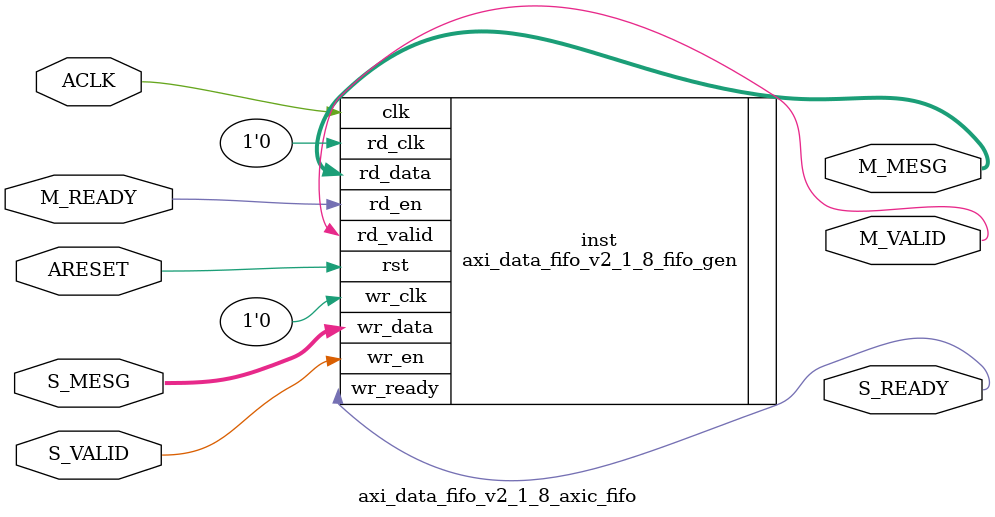
<source format=v>
`timescale 1ps/1ps


(* DowngradeIPIdentifiedWarnings="yes" *) 
module axi_data_fifo_v2_1_8_axic_fifo #
  (
   parameter         C_FAMILY          = "virtex6",
   parameter integer C_FIFO_DEPTH_LOG  = 5,      // FIFO depth = 2**C_FIFO_DEPTH_LOG
                                                 // Range = [5:9] when TYPE="lut",
                                                 // Range = [5:12] when TYPE="bram",
   parameter integer C_FIFO_WIDTH      = 64,     // Width of payload [1:512]
   parameter         C_FIFO_TYPE       = "lut"   // "lut" = LUT (SRL) based,
                                                 // "bram" = BRAM based
   )
  (
   // Global inputs
   input  wire                        ACLK,    // Clock
   input  wire                        ARESET,  // Reset
   // Slave  Port
   input  wire [C_FIFO_WIDTH-1:0]     S_MESG,  // Payload (may be any set of channel signals)
   input  wire                        S_VALID, // FIFO push
   output wire                        S_READY, // FIFO not full
   // Master  Port
   output wire [C_FIFO_WIDTH-1:0]     M_MESG,  // Payload
   output wire                        M_VALID, // FIFO not empty
   input  wire                        M_READY  // FIFO pop
   );

   axi_data_fifo_v2_1_8_fifo_gen #(
     .C_FAMILY(C_FAMILY),
     .C_COMMON_CLOCK(1),
     .C_FIFO_DEPTH_LOG(C_FIFO_DEPTH_LOG),
     .C_FIFO_WIDTH(C_FIFO_WIDTH),
     .C_FIFO_TYPE(C_FIFO_TYPE))
   inst (
     .clk(ACLK),
     .rst(ARESET),
     .wr_clk(1'b0),
     .wr_en(S_VALID),
     .wr_ready(S_READY),
     .wr_data(S_MESG),
     .rd_clk(1'b0),
     .rd_en(M_READY),
     .rd_valid(M_VALID),
     .rd_data(M_MESG));

endmodule

</source>
